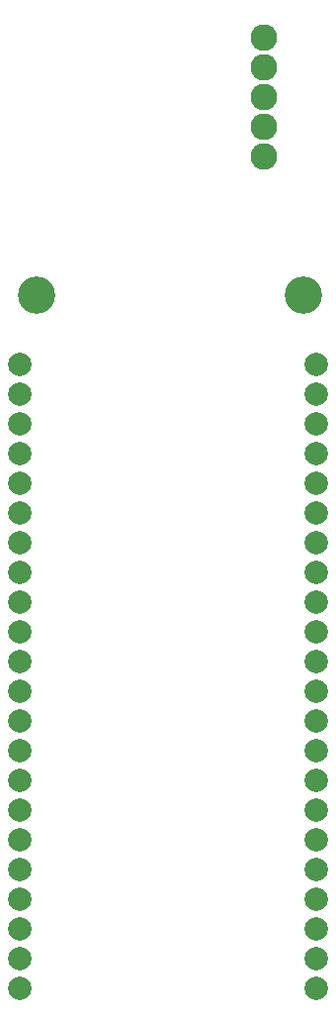
<source format=gbr>
%TF.GenerationSoftware,KiCad,Pcbnew,(6.0.11)*%
%TF.CreationDate,2023-06-18T22:22:59+02:00*%
%TF.ProjectId,rd-03,72642d30-332e-46b6-9963-61645f706362,rev?*%
%TF.SameCoordinates,Original*%
%TF.FileFunction,Soldermask,Bot*%
%TF.FilePolarity,Negative*%
%FSLAX46Y46*%
G04 Gerber Fmt 4.6, Leading zero omitted, Abs format (unit mm)*
G04 Created by KiCad (PCBNEW (6.0.11)) date 2023-06-18 22:22:59*
%MOMM*%
%LPD*%
G01*
G04 APERTURE LIST*
%ADD10C,3.200000*%
%ADD11C,2.000000*%
%ADD12C,2.286000*%
G04 APERTURE END LIST*
D10*
%TO.C,H2*%
X127635000Y-71755000D03*
%TD*%
%TO.C,H1*%
X104775000Y-71755000D03*
%TD*%
D11*
%TO.C,U2*%
X103331736Y-77636900D03*
X103331736Y-80176900D03*
X103331736Y-82716900D03*
X103331736Y-85256900D03*
X103331736Y-87796900D03*
X103331736Y-90336900D03*
X103331736Y-92876900D03*
X103331736Y-95416900D03*
X103331736Y-97956900D03*
X103331736Y-100496900D03*
X103331736Y-103036900D03*
X103331736Y-105576900D03*
X103331736Y-108116900D03*
X103331736Y-110656900D03*
X103331736Y-113196900D03*
X103331736Y-115736900D03*
X103331736Y-118276900D03*
X103331736Y-120816900D03*
X103331736Y-123356900D03*
X103331736Y-125896900D03*
X103331736Y-128436900D03*
X103331736Y-130976900D03*
X128733600Y-130976900D03*
X128731736Y-128436900D03*
X128731736Y-125896900D03*
X128731736Y-123356900D03*
X128731736Y-120816900D03*
X128731736Y-118276900D03*
X128731736Y-115736900D03*
X128731736Y-113196900D03*
X128731736Y-110656900D03*
X128731736Y-108116900D03*
X128731736Y-105576900D03*
X128731736Y-103036900D03*
X128731736Y-100496900D03*
X128731736Y-97956900D03*
X128731736Y-95416900D03*
X128731736Y-92876900D03*
X128731736Y-90336900D03*
X128731736Y-87796900D03*
X128731736Y-85256900D03*
X128731736Y-82716900D03*
X128731736Y-80176900D03*
X128731736Y-77636900D03*
%TD*%
D12*
%TO.C,U1*%
X124242202Y-49700851D03*
X124242202Y-52240851D03*
X124242202Y-54780851D03*
X124242202Y-57320851D03*
X124242202Y-59860851D03*
%TD*%
M02*

</source>
